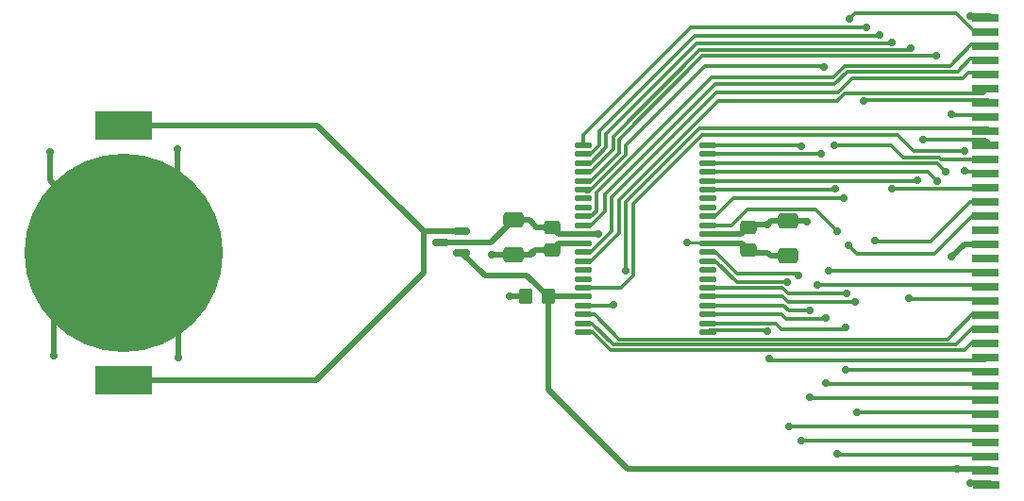
<source format=gbr>
%TF.GenerationSoftware,KiCad,Pcbnew,(6.0.4-0)*%
%TF.CreationDate,2023-12-10T22:35:43+01:00*%
%TF.ProjectId,pcmcia-sram,70636d63-6961-42d7-9372-616d2e6b6963,rev?*%
%TF.SameCoordinates,Original*%
%TF.FileFunction,Copper,L1,Top*%
%TF.FilePolarity,Positive*%
%FSLAX46Y46*%
G04 Gerber Fmt 4.6, Leading zero omitted, Abs format (unit mm)*
G04 Created by KiCad (PCBNEW (6.0.4-0)) date 2023-12-10 22:35:43*
%MOMM*%
%LPD*%
G01*
G04 APERTURE LIST*
G04 Aperture macros list*
%AMRoundRect*
0 Rectangle with rounded corners*
0 $1 Rounding radius*
0 $2 $3 $4 $5 $6 $7 $8 $9 X,Y pos of 4 corners*
0 Add a 4 corners polygon primitive as box body*
4,1,4,$2,$3,$4,$5,$6,$7,$8,$9,$2,$3,0*
0 Add four circle primitives for the rounded corners*
1,1,$1+$1,$2,$3*
1,1,$1+$1,$4,$5*
1,1,$1+$1,$6,$7*
1,1,$1+$1,$8,$9*
0 Add four rect primitives between the rounded corners*
20,1,$1+$1,$2,$3,$4,$5,0*
20,1,$1+$1,$4,$5,$6,$7,0*
20,1,$1+$1,$6,$7,$8,$9,0*
20,1,$1+$1,$8,$9,$2,$3,0*%
G04 Aperture macros list end*
%TA.AperFunction,SMDPad,CuDef*%
%ADD10RoundRect,0.250000X0.350000X0.450000X-0.350000X0.450000X-0.350000X-0.450000X0.350000X-0.450000X0*%
%TD*%
%TA.AperFunction,SMDPad,CuDef*%
%ADD11R,5.100000X2.500000*%
%TD*%
%TA.AperFunction,SMDPad,CuDef*%
%ADD12C,17.800000*%
%TD*%
%TA.AperFunction,SMDPad,CuDef*%
%ADD13RoundRect,0.137500X0.625000X0.137500X-0.625000X0.137500X-0.625000X-0.137500X0.625000X-0.137500X0*%
%TD*%
%TA.AperFunction,SMDPad,CuDef*%
%ADD14RoundRect,0.250000X0.650000X-0.412500X0.650000X0.412500X-0.650000X0.412500X-0.650000X-0.412500X0*%
%TD*%
%TA.AperFunction,SMDPad,CuDef*%
%ADD15RoundRect,0.250000X-0.650000X0.412500X-0.650000X-0.412500X0.650000X-0.412500X0.650000X0.412500X0*%
%TD*%
%TA.AperFunction,SMDPad,CuDef*%
%ADD16RoundRect,0.150000X0.587500X0.150000X-0.587500X0.150000X-0.587500X-0.150000X0.587500X-0.150000X0*%
%TD*%
%TA.AperFunction,SMDPad,CuDef*%
%ADD17R,2.400000X0.740000*%
%TD*%
%TA.AperFunction,SMDPad,CuDef*%
%ADD18RoundRect,0.250000X0.475000X-0.337500X0.475000X0.337500X-0.475000X0.337500X-0.475000X-0.337500X0*%
%TD*%
%TA.AperFunction,SMDPad,CuDef*%
%ADD19RoundRect,0.250000X-0.475000X0.337500X-0.475000X-0.337500X0.475000X-0.337500X0.475000X0.337500X0*%
%TD*%
%TA.AperFunction,ViaPad*%
%ADD20C,0.700000*%
%TD*%
%TA.AperFunction,Conductor*%
%ADD21C,0.500000*%
%TD*%
%TA.AperFunction,Conductor*%
%ADD22C,0.300000*%
%TD*%
%TA.AperFunction,Conductor*%
%ADD23C,0.250000*%
%TD*%
G04 APERTURE END LIST*
D10*
%TO.P,R1,1*%
%TO.N,+5V*%
X212963000Y-92183000D03*
%TO.P,R1,2*%
%TO.N,GND*%
X210963000Y-92183000D03*
%TD*%
D11*
%TO.P,CR2032,P2*%
%TO.N,+BATT*%
X174879000Y-99715000D03*
%TO.P,CR2032,P1*%
X174879000Y-76815000D03*
D12*
%TO.P,CR2032,N1*%
%TO.N,GND*%
X174879000Y-88265000D03*
%TD*%
D13*
%TO.P,U1,1,A4*%
%TO.N,/A4*%
X227329500Y-95395000D03*
%TO.P,U1,2,A3*%
%TO.N,/A3*%
X227329500Y-94595000D03*
%TO.P,U1,3,A2*%
%TO.N,/A2*%
X227329500Y-93795000D03*
%TO.P,U1,4,A1*%
%TO.N,/A1*%
X227329500Y-92995000D03*
%TO.P,U1,5,A0*%
%TO.N,/A0*%
X227329500Y-92195000D03*
%TO.P,U1,6,\u002ACE*%
%TO.N,/CE*%
X227329500Y-91395000D03*
%TO.P,U1,7,NC*%
%TO.N,unconnected-(U1-Pad7)*%
X227329500Y-90595000D03*
%TO.P,U1,8,NC*%
%TO.N,unconnected-(U1-Pad8)*%
X227329500Y-89795000D03*
%TO.P,U1,9,DQ0*%
%TO.N,/D0*%
X227329500Y-88995000D03*
%TO.P,U1,10,DQ1*%
%TO.N,/D1*%
X227329500Y-88195000D03*
%TO.P,U1,11,VCC*%
%TO.N,VCC*%
X227329500Y-87395000D03*
%TO.P,U1,12,VSS*%
%TO.N,GND*%
X227329500Y-86595000D03*
%TO.P,U1,13,DQ2*%
%TO.N,/D2*%
X227329500Y-85795000D03*
%TO.P,U1,14,DQ3*%
%TO.N,/D3*%
X227329500Y-84995000D03*
%TO.P,U1,15,NC*%
%TO.N,unconnected-(U1-Pad15)*%
X227329500Y-84195000D03*
%TO.P,U1,16,NC*%
%TO.N,unconnected-(U1-Pad16)*%
X227329500Y-83395000D03*
%TO.P,U1,17,\u002AWE*%
%TO.N,/WE*%
X227329500Y-82595000D03*
%TO.P,U1,18,A19*%
%TO.N,/A19*%
X227329500Y-81795000D03*
%TO.P,U1,19,A18*%
%TO.N,/A18*%
X227329500Y-80995000D03*
%TO.P,U1,20,A17*%
%TO.N,/A17*%
X227329500Y-80195000D03*
%TO.P,U1,21,A16*%
%TO.N,/A16*%
X227329500Y-79395000D03*
%TO.P,U1,22,A15*%
%TO.N,/A15*%
X227329500Y-78595000D03*
%TO.P,U1,23,A14*%
%TO.N,/A14*%
X216154500Y-78595000D03*
%TO.P,U1,24,A13*%
%TO.N,/A13*%
X216154500Y-79395000D03*
%TO.P,U1,25,A12*%
%TO.N,/A12*%
X216154500Y-80195000D03*
%TO.P,U1,26,A11*%
%TO.N,/A11*%
X216154500Y-80995000D03*
%TO.P,U1,27,A10*%
%TO.N,/A10*%
X216154500Y-81795000D03*
%TO.P,U1,28,A9*%
%TO.N,/A9*%
X216154500Y-82595000D03*
%TO.P,U1,29,NC*%
%TO.N,unconnected-(U1-Pad29)*%
X216154500Y-83395000D03*
%TO.P,U1,30,NC*%
%TO.N,unconnected-(U1-Pad30)*%
X216154500Y-84195000D03*
%TO.P,U1,31,DQ4*%
%TO.N,/D4*%
X216154500Y-84995000D03*
%TO.P,U1,32,DQ5*%
%TO.N,/D5*%
X216154500Y-85795000D03*
%TO.P,U1,33,VCC*%
%TO.N,VCC*%
X216154500Y-86595000D03*
%TO.P,U1,34,VSS*%
%TO.N,GND*%
X216154500Y-87395000D03*
%TO.P,U1,35,DQ6*%
%TO.N,/D6*%
X216154500Y-88195000D03*
%TO.P,U1,36,DQ7*%
%TO.N,/D7*%
X216154500Y-88995000D03*
%TO.P,U1,37,NC*%
%TO.N,unconnected-(U1-Pad37)*%
X216154500Y-89795000D03*
%TO.P,U1,38,NC*%
%TO.N,unconnected-(U1-Pad38)*%
X216154500Y-90595000D03*
%TO.P,U1,39,A8*%
%TO.N,/A8*%
X216154500Y-91395000D03*
%TO.P,U1,40,CE2*%
%TO.N,+5V*%
X216154500Y-92195000D03*
%TO.P,U1,41,\u002AOE*%
%TO.N,/OE*%
X216154500Y-92995000D03*
%TO.P,U1,42,A7*%
%TO.N,/A7*%
X216154500Y-93795000D03*
%TO.P,U1,43,A6*%
%TO.N,/A6*%
X216154500Y-94595000D03*
%TO.P,U1,44,A5*%
%TO.N,/A5*%
X216154500Y-95395000D03*
%TD*%
D14*
%TO.P,C4,1*%
%TO.N,VCC*%
X234489000Y-88538500D03*
%TO.P,C4,2*%
%TO.N,GND*%
X234489000Y-85413500D03*
%TD*%
D15*
%TO.P,C2,1*%
%TO.N,VCC*%
X209851000Y-85286500D03*
%TO.P,C2,2*%
%TO.N,GND*%
X209851000Y-88411500D03*
%TD*%
D16*
%TO.P,D1,1*%
%TO.N,+5V*%
X205232000Y-88260000D03*
%TO.P,D1,2*%
%TO.N,+BATT*%
X205232000Y-86360000D03*
%TO.P,D1,3*%
%TO.N,VCC*%
X203357000Y-87310000D03*
%TD*%
D17*
%TO.P,J1,1,GND*%
%TO.N,GND*%
X252222000Y-67183000D03*
%TO.P,J1,2,D3*%
%TO.N,/D3*%
X252222000Y-68453000D03*
%TO.P,J1,3,D4*%
%TO.N,/D4*%
X252222000Y-69723000D03*
%TO.P,J1,4,D5*%
%TO.N,/D5*%
X252222000Y-70993000D03*
%TO.P,J1,5,D6*%
%TO.N,/D6*%
X252222000Y-72263000D03*
%TO.P,J1,6,D7*%
%TO.N,/D7*%
X252222000Y-73533000D03*
%TO.P,J1,7,_CE1*%
%TO.N,/CE*%
X252222000Y-74803000D03*
%TO.P,J1,8,A10*%
%TO.N,/A10*%
X252222000Y-76073000D03*
%TO.P,J1,9,_OE*%
%TO.N,/OE*%
X252222000Y-77343000D03*
%TO.P,J1,10,A11*%
%TO.N,/A11*%
X252222000Y-78613000D03*
%TO.P,J1,11,A9*%
%TO.N,/A9*%
X252222000Y-79883000D03*
%TO.P,J1,12,A8*%
%TO.N,/A8*%
X252222000Y-81153000D03*
%TO.P,J1,13,A13*%
%TO.N,/A13*%
X252222000Y-82423000D03*
%TO.P,J1,14,A14*%
%TO.N,/A14*%
X252222000Y-83693000D03*
%TO.P,J1,15,_WE*%
%TO.N,/WE*%
X252222000Y-84963000D03*
%TO.P,J1,16,_BUSY/_IREQ*%
%TO.N,unconnected-(J1-Pad16)*%
X252222000Y-86233000D03*
%TO.P,J1,17,VCC*%
%TO.N,+5V*%
X252222000Y-87503000D03*
%TO.P,J1,18,VPP1*%
%TO.N,unconnected-(J1-Pad18)*%
X252222000Y-88773000D03*
%TO.P,J1,19,A16*%
%TO.N,/A16*%
X252222000Y-90043000D03*
%TO.P,J1,20,A15*%
%TO.N,/A15*%
X252222000Y-91313000D03*
%TO.P,J1,21,A12*%
%TO.N,/A12*%
X252222000Y-92583000D03*
%TO.P,J1,22,A7*%
%TO.N,/A7*%
X252222000Y-93853000D03*
%TO.P,J1,23,A6*%
%TO.N,/A6*%
X252222000Y-95123000D03*
%TO.P,J1,24,A5*%
%TO.N,/A5*%
X252222000Y-96393000D03*
%TO.P,J1,25,A4*%
%TO.N,/A4*%
X252222000Y-97663000D03*
%TO.P,J1,26,A3*%
%TO.N,/A3*%
X252222000Y-98933000D03*
%TO.P,J1,27,A2*%
%TO.N,/A2*%
X252222000Y-100203000D03*
%TO.P,J1,28,A1*%
%TO.N,/A1*%
X252222000Y-101473000D03*
%TO.P,J1,29,A0*%
%TO.N,/A0*%
X252222000Y-102743000D03*
%TO.P,J1,30,D0*%
%TO.N,/D0*%
X252222000Y-104013000D03*
%TO.P,J1,31,D1*%
%TO.N,/D1*%
X252222000Y-105283000D03*
%TO.P,J1,32,D2*%
%TO.N,/D2*%
X252222000Y-106553000D03*
%TO.P,J1,33,WP/_IOIS16*%
%TO.N,+5V*%
X252222000Y-107823000D03*
%TO.P,J1,34,GND*%
%TO.N,GND*%
X252267000Y-109093000D03*
%TD*%
D18*
%TO.P,C3,1*%
%TO.N,VCC*%
X230933000Y-88013500D03*
%TO.P,C3,2*%
%TO.N,GND*%
X230933000Y-85938500D03*
%TD*%
D19*
%TO.P,C1,1*%
%TO.N,VCC*%
X213280000Y-85938500D03*
%TO.P,C1,2*%
%TO.N,GND*%
X213280000Y-88013500D03*
%TD*%
D20*
%TO.N,GND*%
X250825000Y-108966000D03*
X209550000Y-92202000D03*
X250825000Y-67056000D03*
X207918500Y-88411500D03*
X179705000Y-78993000D03*
X179832000Y-97662000D03*
X236220000Y-85471000D03*
X232664000Y-85725000D03*
X211582000Y-88265000D03*
X168275000Y-79247000D03*
X168656000Y-97535000D03*
%TO.N,/D3*%
X240030000Y-67310000D03*
X239459500Y-83396602D03*
%TO.N,/A10*%
X249174000Y-75819000D03*
X247777000Y-70612000D03*
%TO.N,/A11*%
X245491000Y-69912500D03*
X246634000Y-78105000D03*
%TO.N,/A9*%
X238633000Y-78613000D03*
X237744000Y-71628000D03*
%TO.N,/A8*%
X250317000Y-79121000D03*
X250317000Y-80876989D03*
%TO.N,/A13*%
X243840000Y-82550000D03*
X242697000Y-68707000D03*
%TO.N,/A14*%
X242239122Y-87198878D03*
X241554000Y-68072000D03*
%TO.N,VCC*%
X217474253Y-86537253D03*
X225425000Y-87376000D03*
%TO.N,/A16*%
X237490000Y-79375000D03*
X238125000Y-89916000D03*
%TO.N,/A15*%
X237109000Y-91186000D03*
X235712000Y-78675500D03*
%TO.N,/A12*%
X243777500Y-69404500D03*
X245364000Y-92329000D03*
%TO.N,/A4*%
X232664000Y-95294500D03*
X232791000Y-97790000D03*
%TO.N,/A3*%
X239649000Y-98806000D03*
X239649000Y-94996000D03*
%TO.N,/A2*%
X237871000Y-94107000D03*
X237871000Y-99949000D03*
%TO.N,/A1*%
X236474000Y-93472000D03*
X236474000Y-101219000D03*
%TO.N,/A0*%
X240665000Y-102616000D03*
X240538000Y-92710000D03*
%TO.N,/D0*%
X234569000Y-103886000D03*
X234442000Y-90932000D03*
%TO.N,/D1*%
X235458000Y-90297000D03*
X235712000Y-105156000D03*
%TO.N,/D2*%
X238887000Y-86360000D03*
X238887000Y-106299000D03*
%TO.N,/A17*%
X248666000Y-81026000D03*
%TO.N,/A18*%
X247904000Y-81850500D03*
%TO.N,/A19*%
X246126000Y-81788000D03*
%TO.N,+5V*%
X249682000Y-107696000D03*
X249174000Y-88646000D03*
%TO.N,/CE*%
X241235500Y-74655989D03*
X239776000Y-91948000D03*
%TO.N,/OE*%
X218821000Y-92964000D03*
X219899500Y-89836750D03*
%TO.N,/WE*%
X239903000Y-87630000D03*
X238697500Y-82550000D03*
%TD*%
D21*
%TO.N,+BATT*%
X174879000Y-99715000D02*
X192131000Y-99715000D01*
X192131000Y-99715000D02*
X201803000Y-90043000D01*
X201803000Y-90043000D02*
X201803000Y-86360000D01*
X201803000Y-86360000D02*
X205232000Y-86360000D01*
X174879000Y-76815000D02*
X192258000Y-76815000D01*
X192258000Y-76815000D02*
X201803000Y-86360000D01*
%TO.N,GND*%
X213280000Y-88013500D02*
X213898500Y-87395000D01*
X211833500Y-88013500D02*
X211582000Y-88265000D01*
X168656000Y-93853000D02*
X168656000Y-97535000D01*
X227329500Y-86595000D02*
X230276500Y-86595000D01*
X174498000Y-88011000D02*
X168275000Y-81788000D01*
X252648000Y-108966000D02*
X250825000Y-108966000D01*
X230276500Y-86595000D02*
X230933000Y-85938500D01*
X209569000Y-92183000D02*
X209550000Y-92202000D01*
X210963000Y-92183000D02*
X209569000Y-92183000D01*
X236162500Y-85413500D02*
X236220000Y-85471000D01*
X174498000Y-88011000D02*
X168656000Y-93853000D01*
X174498000Y-88011000D02*
X179705000Y-82804000D01*
X234489000Y-85413500D02*
X236162500Y-85413500D01*
X174498000Y-88011000D02*
X179832000Y-93345000D01*
X168275000Y-81788000D02*
X168275000Y-79247000D01*
X232664000Y-85725000D02*
X231146500Y-85725000D01*
X179832000Y-93345000D02*
X179832000Y-97662000D01*
X179705000Y-82804000D02*
X179705000Y-78993000D01*
X234489000Y-85413500D02*
X232975500Y-85413500D01*
X213280000Y-88013500D02*
X211833500Y-88013500D01*
X211435500Y-88411500D02*
X211582000Y-88265000D01*
X252603000Y-67056000D02*
X250825000Y-67056000D01*
X209851000Y-88411500D02*
X207918500Y-88411500D01*
X209851000Y-88411500D02*
X211435500Y-88411500D01*
X213898500Y-87395000D02*
X216154500Y-87395000D01*
X232975500Y-85413500D02*
X232664000Y-85725000D01*
D22*
%TO.N,/D3*%
X239459500Y-83396602D02*
X239439409Y-83376511D01*
X239439409Y-83376511D02*
X229599239Y-83376511D01*
X249581741Y-66802000D02*
X251105741Y-68326000D01*
X251105741Y-68326000D02*
X252603000Y-68326000D01*
X240538000Y-66802000D02*
X249581741Y-66802000D01*
X229599239Y-83376511D02*
X227980750Y-84995000D01*
X227980750Y-84995000D02*
X227329500Y-84995000D01*
X240030000Y-67310000D02*
X240538000Y-66802000D01*
%TO.N,/D4*%
X227590178Y-72517000D02*
X238561572Y-72517000D01*
X217266520Y-84534230D02*
X217266520Y-82840658D01*
X250952000Y-69596000D02*
X252603000Y-69596000D01*
X239577572Y-71501000D02*
X249047000Y-71501000D01*
X238561572Y-72517000D02*
X239577572Y-71501000D01*
X216805750Y-84995000D02*
X217266520Y-84534230D01*
X217266520Y-82840658D02*
X227590178Y-72517000D01*
X249047000Y-71501000D02*
X250952000Y-69596000D01*
X216154500Y-84995000D02*
X216805750Y-84995000D01*
%TO.N,/D5*%
X238633000Y-73152000D02*
X239784480Y-72000520D01*
X216805750Y-85795000D02*
X218059000Y-84541750D01*
X249690480Y-72000520D02*
X250825000Y-70866000D01*
X239784480Y-72000520D02*
X249690480Y-72000520D01*
X218059000Y-83058000D02*
X227965000Y-73152000D01*
X227965000Y-73152000D02*
X238633000Y-73152000D01*
X216154500Y-85795000D02*
X216805750Y-85795000D01*
X250825000Y-70866000D02*
X252603000Y-70866000D01*
X218059000Y-84541750D02*
X218059000Y-83058000D01*
%TO.N,/D6*%
X238942572Y-73914000D02*
X240212572Y-72644000D01*
X228092000Y-73914000D02*
X238942572Y-73914000D01*
X216805750Y-88195000D02*
X218694000Y-86306750D01*
X250190000Y-72644000D02*
X250698000Y-72136000D01*
X250698000Y-72136000D02*
X252603000Y-72136000D01*
X216154500Y-88195000D02*
X216805750Y-88195000D01*
X240212572Y-72644000D02*
X250190000Y-72644000D01*
X218694000Y-86306750D02*
X218694000Y-83312000D01*
X218694000Y-83312000D02*
X228092000Y-73914000D01*
%TO.N,/D7*%
X252052511Y-73956489D02*
X252603000Y-73406000D01*
X219329000Y-86471750D02*
X219329000Y-83566000D01*
X239606511Y-73956489D02*
X252052511Y-73956489D01*
X228219000Y-74676000D02*
X238887000Y-74676000D01*
X216805750Y-88995000D02*
X219329000Y-86471750D01*
X216154500Y-88995000D02*
X216805750Y-88995000D01*
X238887000Y-74676000D02*
X239606511Y-73956489D01*
X219329000Y-83566000D02*
X228219000Y-74676000D01*
%TO.N,/A10*%
X247777000Y-70612000D02*
X226822000Y-70612000D01*
X216805750Y-81795000D02*
X216154500Y-81795000D01*
X219329000Y-78105000D02*
X219329000Y-79271750D01*
X219329000Y-79271750D02*
X216805750Y-81795000D01*
X249174000Y-75819000D02*
X249301000Y-75946000D01*
X226822000Y-70612000D02*
X219329000Y-78105000D01*
X249301000Y-75946000D02*
X252603000Y-75946000D01*
%TO.N,/A11*%
X245491000Y-69912500D02*
X245299500Y-70104000D01*
X252222000Y-78105000D02*
X252603000Y-78486000D01*
X226568000Y-70104000D02*
X218821000Y-77851000D01*
X245299500Y-70104000D02*
X226568000Y-70104000D01*
X218821000Y-78979750D02*
X216805750Y-80995000D01*
X216805750Y-80995000D02*
X216154500Y-80995000D01*
X218821000Y-77851000D02*
X218821000Y-78979750D01*
X246634000Y-78105000D02*
X252222000Y-78105000D01*
%TO.N,/A9*%
X216630271Y-82770480D02*
X216329980Y-82770480D01*
X219964000Y-79436751D02*
X216630271Y-82770480D01*
X237617000Y-71501000D02*
X227076000Y-71501000D01*
X237744000Y-71628000D02*
X237617000Y-71501000D01*
X248041909Y-79695481D02*
X248229428Y-79883000D01*
X243713000Y-78613000D02*
X244795480Y-79695480D01*
X238633000Y-78613000D02*
X243713000Y-78613000D01*
X216329980Y-82770480D02*
X216154500Y-82595000D01*
X227076000Y-71501000D02*
X219964000Y-78613000D01*
X244795480Y-79695480D02*
X248041909Y-79695481D01*
X219964000Y-78613000D02*
X219964000Y-79436751D01*
X248229428Y-79883000D02*
X252222000Y-79883000D01*
%TO.N,/A8*%
X252603000Y-81026000D02*
X250466011Y-81026000D01*
X245745000Y-79121000D02*
X244348000Y-77724000D01*
X250466011Y-81026000D02*
X250317000Y-80876989D01*
X220599011Y-90296989D02*
X219501000Y-91395000D01*
X244348000Y-77724000D02*
X226749250Y-77724000D01*
X250317000Y-79121000D02*
X245745000Y-79121000D01*
X219501000Y-91395000D02*
X216154500Y-91395000D01*
X226749250Y-77724000D02*
X220599011Y-83874239D01*
X220599011Y-83874239D02*
X220599011Y-90296989D01*
%TO.N,/A13*%
X243840000Y-82550000D02*
X252349000Y-82550000D01*
X242697000Y-68707000D02*
X242632489Y-68771511D01*
X242632489Y-68771511D02*
X226122489Y-68771511D01*
X217551000Y-78649750D02*
X216805750Y-79395000D01*
X226122489Y-68771511D02*
X217551000Y-77343000D01*
X217551000Y-77343000D02*
X217551000Y-78649750D01*
X216805750Y-79395000D02*
X216154500Y-79395000D01*
%TO.N,/A14*%
X242239122Y-87198878D02*
X242289244Y-87249000D01*
X216154500Y-77723500D02*
X216154500Y-78595000D01*
X247269000Y-87249000D02*
X250825000Y-83693000D01*
X242289244Y-87249000D02*
X247269000Y-87249000D01*
X225806000Y-68072000D02*
X216154500Y-77723500D01*
X241554000Y-68072000D02*
X225806000Y-68072000D01*
X250825000Y-83693000D02*
X252222000Y-83693000D01*
D21*
%TO.N,VCC*%
X213936500Y-86595000D02*
X216154500Y-86595000D01*
X232664000Y-88265000D02*
X231184500Y-88265000D01*
X217474253Y-86537253D02*
X217416506Y-86595000D01*
X213280000Y-85938500D02*
X211922500Y-85938500D01*
X203357000Y-87310000D02*
X207827500Y-87310000D01*
X232937500Y-88538500D02*
X232664000Y-88265000D01*
X230314500Y-87395000D02*
X230933000Y-88013500D01*
X213280000Y-85938500D02*
X213936500Y-86595000D01*
X227329500Y-87395000D02*
X230314500Y-87395000D01*
D23*
X227310500Y-87376000D02*
X227329500Y-87395000D01*
D21*
X217416506Y-86595000D02*
X216154500Y-86595000D01*
X207827500Y-87310000D02*
X209851000Y-85286500D01*
X209851000Y-85286500D02*
X211270500Y-85286500D01*
X211922500Y-85938500D02*
X211582000Y-85598000D01*
D23*
X225425000Y-87376000D02*
X227310500Y-87376000D01*
D21*
X211270500Y-85286500D02*
X211582000Y-85598000D01*
X234489000Y-88538500D02*
X232937500Y-88538500D01*
D22*
%TO.N,/A16*%
X237490000Y-79375000D02*
X227349500Y-79375000D01*
X238125000Y-89916000D02*
X252603000Y-89916000D01*
%TO.N,/A15*%
X237109000Y-91186000D02*
X252603000Y-91186000D01*
X235712000Y-78675500D02*
X235631500Y-78595000D01*
X235631500Y-78595000D02*
X227329500Y-78595000D01*
%TO.N,/A12*%
X216805750Y-80195000D02*
X216154500Y-80195000D01*
X245364000Y-92329000D02*
X245491000Y-92456000D01*
X226314000Y-69469000D02*
X218186000Y-77597000D01*
X218186000Y-77597000D02*
X218186000Y-78814750D01*
X243713000Y-69469000D02*
X226314000Y-69469000D01*
X218186000Y-78814750D02*
X216805750Y-80195000D01*
X243777500Y-69404500D02*
X243713000Y-69469000D01*
X245491000Y-92456000D02*
X252603000Y-92456000D01*
%TO.N,/A7*%
X251079000Y-93726000D02*
X252603000Y-93726000D01*
X248783959Y-96021041D02*
X251079000Y-93726000D01*
X219338041Y-96021041D02*
X248783959Y-96021041D01*
X217112000Y-93795000D02*
X219338041Y-96021041D01*
X216154500Y-93795000D02*
X217112000Y-93795000D01*
%TO.N,/A6*%
X251095417Y-94996000D02*
X252603000Y-94996000D01*
X218821561Y-96520561D02*
X249570856Y-96520561D01*
X216896000Y-94595000D02*
X218821561Y-96520561D01*
X216154500Y-94595000D02*
X216896000Y-94595000D01*
X249570856Y-96520561D02*
X251095417Y-94996000D01*
%TO.N,/A5*%
X216154500Y-95395000D02*
X216934000Y-95395000D01*
X218567000Y-97028000D02*
X250317000Y-97028000D01*
X250317000Y-97028000D02*
X251079000Y-96266000D01*
X216934000Y-95395000D02*
X218567000Y-97028000D01*
X251079000Y-96266000D02*
X252603000Y-96266000D01*
%TO.N,/A4*%
X232791000Y-97790000D02*
X232918000Y-97917000D01*
X232619500Y-95250000D02*
X227474500Y-95250000D01*
X227474500Y-95250000D02*
X227329500Y-95395000D01*
X232664000Y-95294500D02*
X232619500Y-95250000D01*
X232918000Y-97917000D02*
X252222000Y-97917000D01*
%TO.N,/A3*%
X239649000Y-98806000D02*
X252603000Y-98806000D01*
X233934000Y-95123000D02*
X233406000Y-94595000D01*
X239649000Y-94996000D02*
X239522000Y-95123000D01*
X233406000Y-94595000D02*
X227329500Y-94595000D01*
X239522000Y-95123000D02*
X233934000Y-95123000D01*
%TO.N,/A2*%
X237744000Y-94234000D02*
X234315000Y-94234000D01*
X234315000Y-94234000D02*
X233876000Y-93795000D01*
X252603000Y-100076000D02*
X237998000Y-100076000D01*
X237998000Y-100076000D02*
X237871000Y-99949000D01*
X237871000Y-94107000D02*
X237744000Y-94234000D01*
X233876000Y-93795000D02*
X227329500Y-93795000D01*
%TO.N,/A1*%
X236474000Y-93472000D02*
X234579885Y-93472000D01*
X236474000Y-101219000D02*
X236601000Y-101346000D01*
X234579885Y-93472000D02*
X234102885Y-92995000D01*
X234102885Y-92995000D02*
X227329500Y-92995000D01*
X236601000Y-101346000D02*
X252603000Y-101346000D01*
%TO.N,/A0*%
X234009313Y-92195000D02*
X234524313Y-92710000D01*
X227329500Y-92195000D02*
X234009313Y-92195000D01*
X234524313Y-92710000D02*
X240538000Y-92710000D01*
X240665000Y-102616000D02*
X252603000Y-102616000D01*
%TO.N,/D0*%
X227980750Y-88995000D02*
X229917750Y-90932000D01*
X234569000Y-103886000D02*
X252603000Y-103886000D01*
X229917750Y-90932000D02*
X234442000Y-90932000D01*
X227329500Y-88995000D02*
X227980750Y-88995000D01*
%TO.N,/D1*%
X227980750Y-88195000D02*
X229955750Y-90170000D01*
X227329500Y-88195000D02*
X227980750Y-88195000D01*
X235712000Y-105156000D02*
X252603000Y-105156000D01*
X229955750Y-90170000D02*
X235458000Y-90170000D01*
X235458000Y-90170000D02*
X235458000Y-90297000D01*
%TO.N,/D2*%
X236928480Y-84401480D02*
X238887000Y-86360000D01*
X229416151Y-85795000D02*
X230809671Y-84401480D01*
X252603000Y-106426000D02*
X239014000Y-106426000D01*
X239014000Y-106426000D02*
X238887000Y-106299000D01*
X230809671Y-84401480D02*
X236928480Y-84401480D01*
X227329500Y-85795000D02*
X229416151Y-85795000D01*
%TO.N,/A17*%
X247835000Y-80195000D02*
X227329500Y-80195000D01*
X248666000Y-81026000D02*
X247835000Y-80195000D01*
%TO.N,/A18*%
X247048500Y-80995000D02*
X227329500Y-80995000D01*
X247904000Y-81850500D02*
X247048500Y-80995000D01*
%TO.N,/A19*%
X246126000Y-81788000D02*
X246119000Y-81795000D01*
X246119000Y-81795000D02*
X227329500Y-81795000D01*
D21*
%TO.N,+5V*%
X212963000Y-92183000D02*
X211077000Y-90297000D01*
X249682000Y-107696000D02*
X252603000Y-107696000D01*
X250317000Y-87503000D02*
X249174000Y-88646000D01*
X252222000Y-87503000D02*
X250317000Y-87503000D01*
X220091000Y-107696000D02*
X212963000Y-100568000D01*
X212963000Y-100568000D02*
X212963000Y-92183000D01*
X205232000Y-88260000D02*
X207269000Y-90297000D01*
X216154500Y-92195000D02*
X212975000Y-92195000D01*
X249682000Y-107696000D02*
X220091000Y-107696000D01*
X207269000Y-90297000D02*
X211077000Y-90297000D01*
D22*
%TO.N,/CE*%
X227366020Y-91431520D02*
X233952261Y-91431520D01*
X241235500Y-74655989D02*
X241342489Y-74549000D01*
X241342489Y-74549000D02*
X252476000Y-74549000D01*
X233952261Y-91431520D02*
X234468741Y-91948000D01*
X234468741Y-91948000D02*
X239776000Y-91948000D01*
%TO.N,/OE*%
X216154500Y-92995000D02*
X218790000Y-92995000D01*
X219964000Y-89836750D02*
X219964000Y-83693000D01*
X219964000Y-83693000D02*
X226568000Y-77089000D01*
X226568000Y-77089000D02*
X252476000Y-77089000D01*
X218790000Y-92995000D02*
X218821000Y-92964000D01*
%TO.N,/WE*%
X247650000Y-88392000D02*
X251206000Y-84836000D01*
X251206000Y-84836000D02*
X251603978Y-84836000D01*
X238697500Y-82550000D02*
X238652500Y-82595000D01*
X240665000Y-88392000D02*
X247650000Y-88392000D01*
X239903000Y-87630000D02*
X240665000Y-88392000D01*
X238652500Y-82595000D02*
X227329500Y-82595000D01*
%TD*%
M02*

</source>
